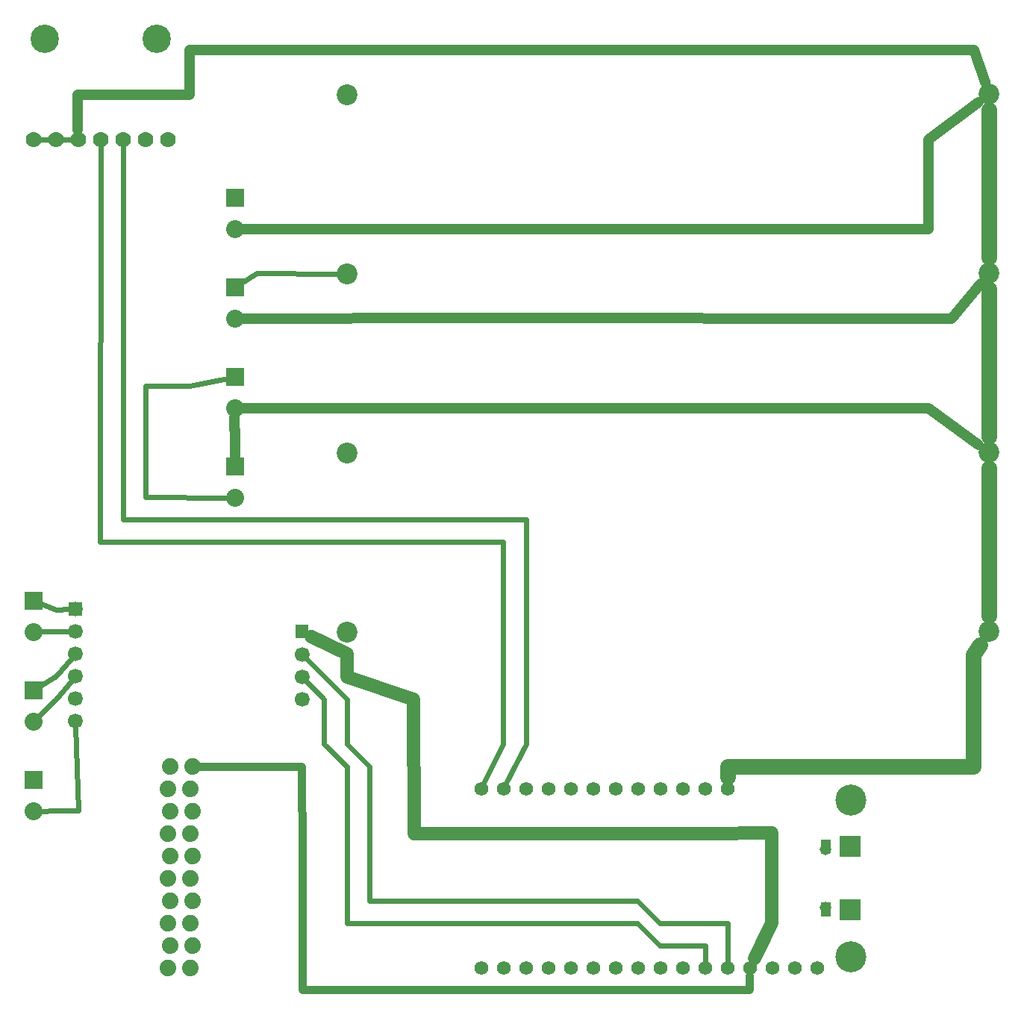
<source format=gtl>
G04 MADE WITH FRITZING*
G04 WWW.FRITZING.ORG*
G04 DOUBLE SIDED*
G04 HOLES PLATED*
G04 CONTOUR ON CENTER OF CONTOUR VECTOR*
%ASAXBY*%
%FSLAX23Y23*%
%MOIN*%
%OFA0B0*%
%SFA1.0B1.0*%
%ADD10C,0.074000*%
%ADD11C,0.126614*%
%ADD12C,0.070000*%
%ADD13C,0.080000*%
%ADD14C,0.093000*%
%ADD15C,0.138425*%
%ADD16C,0.095000*%
%ADD17C,0.051496*%
%ADD18C,0.062000*%
%ADD19C,0.066555*%
%ADD20C,0.049194*%
%ADD21R,0.080000X0.080000*%
%ADD22R,0.095000X0.095000*%
%ADD23C,0.024000*%
%ADD24C,0.060000*%
%ADD25C,0.045000*%
%ADD26C,0.035000*%
%ADD27R,0.001000X0.001000*%
%LNCOPPER1*%
G90*
G70*
G54D10*
X860Y1177D03*
X960Y1177D03*
X850Y1077D03*
X950Y1077D03*
X860Y977D03*
X960Y977D03*
X850Y877D03*
X950Y877D03*
X860Y777D03*
X960Y777D03*
X850Y677D03*
X950Y677D03*
X860Y577D03*
X960Y577D03*
X850Y477D03*
X950Y477D03*
X860Y377D03*
X960Y377D03*
X850Y277D03*
X950Y277D03*
X860Y1177D03*
X960Y1177D03*
X850Y1077D03*
X950Y1077D03*
X860Y977D03*
X960Y977D03*
X850Y877D03*
X950Y877D03*
X860Y777D03*
X960Y777D03*
X850Y677D03*
X950Y677D03*
X860Y577D03*
X960Y577D03*
X850Y477D03*
X950Y477D03*
X860Y377D03*
X960Y377D03*
X850Y277D03*
X950Y277D03*
G54D11*
X800Y4427D03*
G54D12*
X250Y3977D03*
X350Y3977D03*
X450Y3977D03*
X550Y3977D03*
X650Y3977D03*
X750Y3977D03*
X850Y3977D03*
G54D11*
X300Y4427D03*
G54D13*
X250Y1115D03*
X250Y977D03*
X250Y1115D03*
X250Y977D03*
X250Y1515D03*
X250Y1377D03*
X250Y1515D03*
X250Y1377D03*
X1150Y2515D03*
X1150Y2377D03*
X1150Y2515D03*
X1150Y2377D03*
X1150Y2915D03*
X1150Y2777D03*
X1150Y2915D03*
X1150Y2777D03*
X1150Y3315D03*
X1150Y3177D03*
X1150Y3315D03*
X1150Y3177D03*
X1150Y3715D03*
X1150Y3577D03*
X1150Y3715D03*
X1150Y3577D03*
X250Y1915D03*
X250Y1777D03*
X250Y1915D03*
X250Y1777D03*
G54D14*
X1650Y4177D03*
X4519Y4178D03*
X1650Y4177D03*
X4519Y4178D03*
X1650Y3377D03*
X4519Y3378D03*
X1650Y3377D03*
X4519Y3378D03*
X1650Y1777D03*
X4519Y1778D03*
X1650Y1777D03*
X4519Y1778D03*
X1650Y2577D03*
X4519Y2578D03*
X1650Y2577D03*
X4519Y2578D03*
G54D15*
X3900Y327D03*
G54D16*
X3899Y819D03*
G54D17*
X3789Y807D03*
G54D18*
X2250Y277D03*
X2350Y277D03*
X2450Y277D03*
X2550Y277D03*
X2650Y277D03*
X2750Y277D03*
X2850Y277D03*
X2950Y277D03*
X3050Y277D03*
G54D15*
X3900Y1027D03*
G54D18*
X3150Y277D03*
X3250Y277D03*
X3350Y277D03*
X3450Y277D03*
X3550Y277D03*
X3650Y277D03*
X3750Y277D03*
X3350Y1077D03*
X3250Y1077D03*
X3150Y1077D03*
X3050Y1077D03*
X2950Y1077D03*
X2850Y1077D03*
X2750Y1077D03*
X2650Y1077D03*
X2550Y1077D03*
X2450Y1077D03*
X2350Y1077D03*
X2250Y1077D03*
G54D17*
X3789Y547D03*
G54D16*
X3899Y535D03*
G54D15*
X3900Y327D03*
G54D16*
X3899Y819D03*
G54D17*
X3789Y807D03*
G54D18*
X2250Y277D03*
X2350Y277D03*
X2450Y277D03*
X2550Y277D03*
X2650Y277D03*
X2750Y277D03*
X2850Y277D03*
X2950Y277D03*
X3050Y277D03*
G54D15*
X3900Y1027D03*
G54D18*
X3150Y277D03*
X3250Y277D03*
X3350Y277D03*
X3450Y277D03*
X3550Y277D03*
X3650Y277D03*
X3750Y277D03*
X3350Y1077D03*
X3250Y1077D03*
X3150Y1077D03*
X3050Y1077D03*
X2950Y1077D03*
X2850Y1077D03*
X2750Y1077D03*
X2650Y1077D03*
X2550Y1077D03*
X2450Y1077D03*
X2350Y1077D03*
X2250Y1077D03*
G54D17*
X3789Y547D03*
G54D16*
X3899Y535D03*
G54D19*
X437Y1780D03*
X437Y1680D03*
X437Y1580D03*
X437Y1480D03*
X437Y1380D03*
X437Y1880D03*
X1450Y1677D03*
X1450Y1577D03*
G54D20*
X1450Y1777D03*
G54D19*
X1450Y1477D03*
G54D21*
X250Y1115D03*
X250Y1115D03*
X250Y1515D03*
X250Y1515D03*
X1150Y2515D03*
X1150Y2515D03*
X1150Y2915D03*
X1150Y2915D03*
X1150Y3315D03*
X1150Y3315D03*
X1150Y3715D03*
X1150Y3715D03*
X250Y1915D03*
X250Y1915D03*
G54D22*
X3899Y819D03*
X3899Y535D03*
X3899Y819D03*
X3899Y535D03*
G54D23*
X1650Y1476D02*
X1469Y1658D01*
D02*
X450Y978D02*
X351Y978D01*
D02*
X1650Y1276D02*
X1650Y1476D01*
D02*
X3350Y477D02*
X3049Y477D01*
D02*
X3350Y377D02*
X3350Y477D01*
D02*
X1751Y1177D02*
X1650Y1276D01*
D02*
X3049Y477D02*
X2949Y577D01*
D02*
X2949Y577D02*
X1752Y576D01*
D02*
X1752Y576D02*
X1752Y1177D01*
D02*
X1752Y1177D02*
X1751Y1177D01*
D02*
X3350Y306D02*
X3350Y377D01*
D02*
X448Y1077D02*
X450Y978D01*
D02*
X351Y978D02*
X281Y977D01*
D02*
X438Y1353D02*
X448Y1077D01*
G54D24*
D02*
X1650Y1678D02*
X1490Y1757D01*
D02*
X1650Y1577D02*
X1650Y1678D01*
D02*
X3549Y477D02*
X3549Y878D01*
D02*
X3549Y878D02*
X3248Y875D01*
D02*
X3248Y875D02*
X1952Y875D01*
D02*
X1952Y875D02*
X1950Y879D01*
G54D25*
D02*
X2152Y3179D02*
X1192Y3177D01*
D02*
X1150Y2678D02*
X1147Y2679D01*
D02*
X1147Y2679D02*
X1149Y2735D01*
D02*
X1150Y2575D02*
X1150Y2678D01*
D02*
X1150Y2557D02*
X1150Y2575D01*
D02*
X4247Y3975D02*
X4247Y3575D01*
D02*
X4247Y3575D02*
X1192Y3577D01*
D02*
X4471Y4143D02*
X4247Y3975D01*
D02*
X4350Y3176D02*
X2152Y3179D01*
D02*
X4481Y3333D02*
X4350Y3176D01*
D02*
X4247Y2776D02*
X1192Y2777D01*
D02*
X4471Y2612D02*
X4247Y2776D01*
G54D24*
D02*
X1950Y879D02*
X1949Y1476D01*
D02*
X1949Y1476D02*
X1650Y1577D01*
D02*
X3470Y318D02*
X3549Y477D01*
G54D12*
D02*
X4519Y2648D02*
X4519Y3308D01*
D02*
X4519Y3448D02*
X4519Y4108D01*
G54D26*
D02*
X1449Y1177D02*
X996Y1177D01*
D02*
X3448Y178D02*
X1450Y178D01*
D02*
X1450Y178D02*
X1450Y776D01*
D02*
X1450Y776D02*
X1449Y1177D01*
D02*
X3449Y243D02*
X3448Y178D01*
G54D12*
D02*
X4449Y1677D02*
X4449Y1176D01*
D02*
X3351Y1176D02*
X3350Y1128D01*
D02*
X4449Y1176D02*
X3351Y1176D01*
D02*
X4519Y2508D02*
X4519Y1848D01*
D02*
X4479Y1720D02*
X4449Y1677D01*
G54D23*
D02*
X948Y2876D02*
X750Y2876D01*
D02*
X750Y2876D02*
X750Y2378D01*
D02*
X750Y2378D02*
X1118Y2377D01*
D02*
X1119Y2909D02*
X948Y2876D01*
D02*
X1249Y3379D02*
X1602Y3377D01*
D02*
X1176Y3332D02*
X1249Y3379D01*
D02*
X2450Y2279D02*
X651Y2279D01*
D02*
X651Y2279D02*
X651Y3779D01*
D02*
X651Y3779D02*
X650Y3946D01*
D02*
X2450Y1277D02*
X2450Y1677D01*
D02*
X2450Y1677D02*
X2450Y2279D01*
D02*
X2362Y1103D02*
X2450Y1277D01*
D02*
X319Y3977D02*
X280Y3977D01*
D02*
X419Y3977D02*
X380Y3977D01*
G54D25*
D02*
X448Y4176D02*
X449Y4019D01*
D02*
X949Y4176D02*
X448Y4176D01*
D02*
X4452Y4376D02*
X949Y4376D01*
D02*
X949Y4376D02*
X949Y4176D01*
D02*
X4500Y4233D02*
X4452Y4376D01*
G54D23*
D02*
X2349Y2178D02*
X548Y2178D01*
D02*
X548Y2178D02*
X550Y3946D01*
D02*
X2349Y1277D02*
X2349Y1677D01*
D02*
X2349Y1677D02*
X2349Y2178D01*
D02*
X2262Y1103D02*
X2349Y1277D01*
D02*
X351Y1877D02*
X410Y1879D01*
D02*
X279Y1904D02*
X351Y1877D01*
D02*
X410Y1779D02*
X281Y1778D01*
D02*
X351Y1578D02*
X420Y1659D01*
D02*
X276Y1531D02*
X351Y1578D01*
D02*
X351Y1476D02*
X420Y1559D01*
D02*
X272Y1399D02*
X351Y1476D01*
D02*
X1548Y1476D02*
X1548Y1276D01*
D02*
X1548Y1276D02*
X1651Y1176D01*
D02*
X1651Y1176D02*
X1650Y477D01*
D02*
X1468Y1558D02*
X1548Y1476D01*
D02*
X3049Y377D02*
X3250Y377D01*
D02*
X3250Y377D02*
X3250Y306D01*
D02*
X2949Y477D02*
X3049Y377D01*
D02*
X1650Y477D02*
X2949Y477D01*
G54D27*
X408Y1910D02*
X465Y1910D01*
X407Y1909D02*
X466Y1909D01*
X407Y1908D02*
X466Y1908D01*
X407Y1907D02*
X466Y1907D01*
X407Y1906D02*
X466Y1906D01*
X407Y1905D02*
X466Y1905D01*
X407Y1904D02*
X466Y1904D01*
X407Y1903D02*
X466Y1903D01*
X407Y1902D02*
X466Y1902D01*
X407Y1901D02*
X466Y1901D01*
X407Y1900D02*
X466Y1900D01*
X407Y1899D02*
X466Y1899D01*
X407Y1898D02*
X431Y1898D01*
X442Y1898D02*
X466Y1898D01*
X407Y1897D02*
X428Y1897D01*
X445Y1897D02*
X466Y1897D01*
X407Y1896D02*
X426Y1896D01*
X447Y1896D02*
X466Y1896D01*
X407Y1895D02*
X425Y1895D01*
X448Y1895D02*
X466Y1895D01*
X407Y1894D02*
X424Y1894D01*
X449Y1894D02*
X466Y1894D01*
X407Y1893D02*
X423Y1893D01*
X450Y1893D02*
X466Y1893D01*
X407Y1892D02*
X422Y1892D01*
X451Y1892D02*
X466Y1892D01*
X407Y1891D02*
X421Y1891D01*
X452Y1891D02*
X466Y1891D01*
X407Y1890D02*
X420Y1890D01*
X453Y1890D02*
X466Y1890D01*
X407Y1889D02*
X420Y1889D01*
X453Y1889D02*
X466Y1889D01*
X407Y1888D02*
X419Y1888D01*
X454Y1888D02*
X466Y1888D01*
X407Y1887D02*
X419Y1887D01*
X454Y1887D02*
X466Y1887D01*
X407Y1886D02*
X418Y1886D01*
X454Y1886D02*
X466Y1886D01*
X407Y1885D02*
X418Y1885D01*
X455Y1885D02*
X466Y1885D01*
X407Y1884D02*
X418Y1884D01*
X455Y1884D02*
X466Y1884D01*
X407Y1883D02*
X418Y1883D01*
X455Y1883D02*
X466Y1883D01*
X407Y1882D02*
X418Y1882D01*
X455Y1882D02*
X466Y1882D01*
X407Y1881D02*
X418Y1881D01*
X455Y1881D02*
X466Y1881D01*
X407Y1880D02*
X418Y1880D01*
X455Y1880D02*
X466Y1880D01*
X407Y1879D02*
X418Y1879D01*
X455Y1879D02*
X466Y1879D01*
X407Y1878D02*
X418Y1878D01*
X455Y1878D02*
X466Y1878D01*
X407Y1877D02*
X418Y1877D01*
X455Y1877D02*
X466Y1877D01*
X407Y1876D02*
X418Y1876D01*
X455Y1876D02*
X466Y1876D01*
X407Y1875D02*
X418Y1875D01*
X455Y1875D02*
X466Y1875D01*
X407Y1874D02*
X419Y1874D01*
X454Y1874D02*
X466Y1874D01*
X407Y1873D02*
X419Y1873D01*
X454Y1873D02*
X466Y1873D01*
X407Y1872D02*
X419Y1872D01*
X453Y1872D02*
X466Y1872D01*
X407Y1871D02*
X420Y1871D01*
X453Y1871D02*
X466Y1871D01*
X407Y1870D02*
X421Y1870D01*
X452Y1870D02*
X466Y1870D01*
X407Y1869D02*
X421Y1869D01*
X452Y1869D02*
X466Y1869D01*
X407Y1868D02*
X422Y1868D01*
X451Y1868D02*
X466Y1868D01*
X407Y1867D02*
X423Y1867D01*
X450Y1867D02*
X466Y1867D01*
X407Y1866D02*
X424Y1866D01*
X449Y1866D02*
X466Y1866D01*
X407Y1865D02*
X425Y1865D01*
X447Y1865D02*
X466Y1865D01*
X407Y1864D02*
X427Y1864D01*
X446Y1864D02*
X466Y1864D01*
X407Y1863D02*
X429Y1863D01*
X444Y1863D02*
X466Y1863D01*
X407Y1862D02*
X433Y1862D01*
X440Y1862D02*
X466Y1862D01*
X407Y1861D02*
X466Y1861D01*
X407Y1860D02*
X466Y1860D01*
X407Y1859D02*
X466Y1859D01*
X407Y1858D02*
X466Y1858D01*
X407Y1857D02*
X466Y1857D01*
X407Y1856D02*
X466Y1856D01*
X407Y1855D02*
X466Y1855D01*
X407Y1854D02*
X466Y1854D01*
X407Y1853D02*
X466Y1853D01*
X407Y1852D02*
X466Y1852D01*
X407Y1851D02*
X466Y1851D01*
X1420Y1807D02*
X1478Y1807D01*
X1420Y1806D02*
X1478Y1806D01*
X1420Y1805D02*
X1478Y1805D01*
X1420Y1804D02*
X1478Y1804D01*
X1420Y1803D02*
X1478Y1803D01*
X1420Y1802D02*
X1478Y1802D01*
X1420Y1801D02*
X1478Y1801D01*
X1420Y1800D02*
X1478Y1800D01*
X1420Y1799D02*
X1478Y1799D01*
X1420Y1798D02*
X1478Y1798D01*
X1420Y1797D02*
X1478Y1797D01*
X1420Y1796D02*
X1478Y1796D01*
X1420Y1795D02*
X1443Y1795D01*
X1455Y1795D02*
X1478Y1795D01*
X1420Y1794D02*
X1440Y1794D01*
X1458Y1794D02*
X1478Y1794D01*
X1420Y1793D02*
X1438Y1793D01*
X1459Y1793D02*
X1478Y1793D01*
X1420Y1792D02*
X1437Y1792D01*
X1461Y1792D02*
X1478Y1792D01*
X1420Y1791D02*
X1436Y1791D01*
X1462Y1791D02*
X1478Y1791D01*
X1420Y1790D02*
X1435Y1790D01*
X1463Y1790D02*
X1478Y1790D01*
X1420Y1789D02*
X1434Y1789D01*
X1464Y1789D02*
X1478Y1789D01*
X1420Y1788D02*
X1433Y1788D01*
X1465Y1788D02*
X1478Y1788D01*
X1420Y1787D02*
X1433Y1787D01*
X1465Y1787D02*
X1478Y1787D01*
X1420Y1786D02*
X1432Y1786D01*
X1466Y1786D02*
X1478Y1786D01*
X1420Y1785D02*
X1432Y1785D01*
X1466Y1785D02*
X1478Y1785D01*
X1420Y1784D02*
X1431Y1784D01*
X1467Y1784D02*
X1478Y1784D01*
X1420Y1783D02*
X1431Y1783D01*
X1467Y1783D02*
X1478Y1783D01*
X1420Y1782D02*
X1431Y1782D01*
X1467Y1782D02*
X1478Y1782D01*
X1420Y1781D02*
X1430Y1781D01*
X1468Y1781D02*
X1478Y1781D01*
X1420Y1780D02*
X1430Y1780D01*
X1468Y1780D02*
X1478Y1780D01*
X1420Y1779D02*
X1430Y1779D01*
X1468Y1779D02*
X1478Y1779D01*
X1420Y1778D02*
X1430Y1778D01*
X1468Y1778D02*
X1478Y1778D01*
X1420Y1777D02*
X1430Y1777D01*
X1468Y1777D02*
X1478Y1777D01*
X1420Y1776D02*
X1430Y1776D01*
X1468Y1776D02*
X1478Y1776D01*
X1420Y1775D02*
X1430Y1775D01*
X1468Y1775D02*
X1478Y1775D01*
X1420Y1774D02*
X1430Y1774D01*
X1468Y1774D02*
X1478Y1774D01*
X1420Y1773D02*
X1431Y1773D01*
X1467Y1773D02*
X1478Y1773D01*
X1420Y1772D02*
X1431Y1772D01*
X1467Y1772D02*
X1478Y1772D01*
X1420Y1771D02*
X1431Y1771D01*
X1467Y1771D02*
X1478Y1771D01*
X1420Y1770D02*
X1432Y1770D01*
X1466Y1770D02*
X1478Y1770D01*
X1420Y1769D02*
X1432Y1769D01*
X1466Y1769D02*
X1478Y1769D01*
X1420Y1768D02*
X1433Y1768D01*
X1465Y1768D02*
X1478Y1768D01*
X1420Y1767D02*
X1433Y1767D01*
X1465Y1767D02*
X1478Y1767D01*
X1420Y1766D02*
X1434Y1766D01*
X1464Y1766D02*
X1478Y1766D01*
X1420Y1765D02*
X1435Y1765D01*
X1463Y1765D02*
X1478Y1765D01*
X1420Y1764D02*
X1436Y1764D01*
X1462Y1764D02*
X1478Y1764D01*
X1420Y1763D02*
X1437Y1763D01*
X1461Y1763D02*
X1478Y1763D01*
X1420Y1762D02*
X1438Y1762D01*
X1460Y1762D02*
X1478Y1762D01*
X1420Y1761D02*
X1440Y1761D01*
X1458Y1761D02*
X1478Y1761D01*
X1420Y1760D02*
X1442Y1760D01*
X1455Y1760D02*
X1478Y1760D01*
X1420Y1759D02*
X1448Y1759D01*
X1450Y1759D02*
X1478Y1759D01*
X1420Y1758D02*
X1478Y1758D01*
X1420Y1757D02*
X1478Y1757D01*
X1420Y1756D02*
X1478Y1756D01*
X1420Y1755D02*
X1478Y1755D01*
X1420Y1754D02*
X1478Y1754D01*
X1420Y1753D02*
X1478Y1753D01*
X1420Y1752D02*
X1478Y1752D01*
X1420Y1751D02*
X1478Y1751D01*
X1420Y1750D02*
X1478Y1750D01*
X1420Y1749D02*
X1478Y1749D01*
X1420Y1748D02*
X1478Y1748D01*
X3768Y848D02*
X3809Y848D01*
X3768Y847D02*
X3809Y847D01*
X3768Y846D02*
X3809Y846D01*
X3768Y845D02*
X3809Y845D01*
X3768Y844D02*
X3809Y844D01*
X3768Y843D02*
X3809Y843D01*
X3768Y842D02*
X3809Y842D01*
X3768Y841D02*
X3809Y841D01*
X3768Y840D02*
X3809Y840D01*
X3768Y839D02*
X3809Y839D01*
X3768Y838D02*
X3809Y838D01*
X3768Y837D02*
X3809Y837D01*
X3768Y836D02*
X3809Y836D01*
X3768Y835D02*
X3809Y835D01*
X3768Y834D02*
X3809Y834D01*
X3768Y833D02*
X3809Y833D01*
X3768Y832D02*
X3809Y832D01*
X3768Y831D02*
X3809Y831D01*
X3768Y830D02*
X3809Y830D01*
X3768Y829D02*
X3809Y829D01*
X3768Y828D02*
X3785Y828D01*
X3792Y828D02*
X3809Y828D01*
X3768Y827D02*
X3781Y827D01*
X3795Y827D02*
X3809Y827D01*
X3768Y826D02*
X3779Y826D01*
X3798Y826D02*
X3809Y826D01*
X3768Y825D02*
X3777Y825D01*
X3800Y825D02*
X3809Y825D01*
X3768Y824D02*
X3775Y824D01*
X3801Y824D02*
X3809Y824D01*
X3768Y823D02*
X3774Y823D01*
X3802Y823D02*
X3809Y823D01*
X3768Y822D02*
X3773Y822D01*
X3804Y822D02*
X3809Y822D01*
X3768Y821D02*
X3772Y821D01*
X3804Y821D02*
X3809Y821D01*
X3768Y820D02*
X3771Y820D01*
X3805Y820D02*
X3809Y820D01*
X3768Y819D02*
X3771Y819D01*
X3806Y819D02*
X3809Y819D01*
X3768Y818D02*
X3770Y818D01*
X3807Y818D02*
X3809Y818D01*
X3768Y817D02*
X3769Y817D01*
X3807Y817D02*
X3809Y817D01*
X3768Y816D02*
X3769Y816D01*
X3808Y816D02*
X3809Y816D01*
X3768Y815D02*
X3768Y815D01*
X3808Y815D02*
X3809Y815D01*
X3768Y814D02*
X3768Y814D01*
X3808Y814D02*
X3809Y814D01*
X3768Y813D02*
X3768Y813D01*
X3809Y813D02*
X3809Y813D01*
X3768Y812D02*
X3768Y812D01*
X3768Y803D02*
X3768Y803D01*
X3768Y802D02*
X3768Y802D01*
X3809Y802D02*
X3809Y802D01*
X3768Y801D02*
X3768Y801D01*
X3808Y801D02*
X3809Y801D01*
X3768Y800D02*
X3768Y800D01*
X3808Y800D02*
X3809Y800D01*
X3768Y799D02*
X3769Y799D01*
X3808Y799D02*
X3809Y799D01*
X3768Y798D02*
X3769Y798D01*
X3807Y798D02*
X3809Y798D01*
X3768Y797D02*
X3770Y797D01*
X3807Y797D02*
X3809Y797D01*
X3768Y796D02*
X3770Y796D01*
X3806Y796D02*
X3809Y796D01*
X3768Y795D02*
X3771Y795D01*
X3805Y795D02*
X3809Y795D01*
X3768Y794D02*
X3772Y794D01*
X3804Y794D02*
X3809Y794D01*
X3768Y793D02*
X3773Y793D01*
X3804Y793D02*
X3809Y793D01*
X3768Y792D02*
X3774Y792D01*
X3802Y792D02*
X3809Y792D01*
X3768Y791D02*
X3775Y791D01*
X3801Y791D02*
X3809Y791D01*
X3768Y790D02*
X3777Y790D01*
X3800Y790D02*
X3809Y790D01*
X3768Y789D02*
X3778Y789D01*
X3798Y789D02*
X3809Y789D01*
X3768Y788D02*
X3781Y788D01*
X3796Y788D02*
X3809Y788D01*
X3768Y787D02*
X3783Y787D01*
X3793Y787D02*
X3808Y787D01*
X3768Y568D02*
X3783Y568D01*
X3793Y568D02*
X3808Y568D01*
X3768Y567D02*
X3780Y567D01*
X3796Y567D02*
X3809Y567D01*
X3768Y566D02*
X3778Y566D01*
X3798Y566D02*
X3809Y566D01*
X3768Y565D02*
X3776Y565D01*
X3800Y565D02*
X3809Y565D01*
X3768Y564D02*
X3775Y564D01*
X3801Y564D02*
X3809Y564D01*
X3768Y563D02*
X3774Y563D01*
X3803Y563D02*
X3809Y563D01*
X3768Y562D02*
X3773Y562D01*
X3804Y562D02*
X3809Y562D01*
X3768Y561D02*
X3772Y561D01*
X3805Y561D02*
X3809Y561D01*
X3768Y560D02*
X3771Y560D01*
X3805Y560D02*
X3809Y560D01*
X3768Y559D02*
X3770Y559D01*
X3806Y559D02*
X3809Y559D01*
X3768Y558D02*
X3770Y558D01*
X3807Y558D02*
X3809Y558D01*
X3768Y557D02*
X3769Y557D01*
X3807Y557D02*
X3809Y557D01*
X3768Y556D02*
X3769Y556D01*
X3808Y556D02*
X3809Y556D01*
X3768Y555D02*
X3768Y555D01*
X3808Y555D02*
X3809Y555D01*
X3768Y554D02*
X3768Y554D01*
X3808Y554D02*
X3809Y554D01*
X3768Y553D02*
X3768Y553D01*
X3809Y553D02*
X3809Y553D01*
X3768Y543D02*
X3768Y543D01*
X3768Y542D02*
X3768Y542D01*
X3809Y542D02*
X3809Y542D01*
X3768Y541D02*
X3768Y541D01*
X3808Y541D02*
X3809Y541D01*
X3768Y540D02*
X3769Y540D01*
X3808Y540D02*
X3809Y540D01*
X3768Y539D02*
X3769Y539D01*
X3808Y539D02*
X3809Y539D01*
X3768Y538D02*
X3769Y538D01*
X3807Y538D02*
X3809Y538D01*
X3768Y537D02*
X3770Y537D01*
X3806Y537D02*
X3809Y537D01*
X3768Y536D02*
X3771Y536D01*
X3806Y536D02*
X3809Y536D01*
X3768Y535D02*
X3771Y535D01*
X3805Y535D02*
X3809Y535D01*
X3768Y534D02*
X3772Y534D01*
X3804Y534D02*
X3809Y534D01*
X3768Y533D02*
X3773Y533D01*
X3803Y533D02*
X3809Y533D01*
X3768Y532D02*
X3774Y532D01*
X3802Y532D02*
X3809Y532D01*
X3768Y531D02*
X3775Y531D01*
X3801Y531D02*
X3809Y531D01*
X3768Y530D02*
X3777Y530D01*
X3800Y530D02*
X3809Y530D01*
X3768Y529D02*
X3779Y529D01*
X3798Y529D02*
X3809Y529D01*
X3768Y528D02*
X3781Y528D01*
X3795Y528D02*
X3809Y528D01*
X3768Y527D02*
X3786Y527D01*
X3791Y527D02*
X3809Y527D01*
X3768Y526D02*
X3809Y526D01*
X3768Y525D02*
X3809Y525D01*
X3768Y524D02*
X3809Y524D01*
X3768Y523D02*
X3809Y523D01*
X3768Y522D02*
X3809Y522D01*
X3768Y521D02*
X3809Y521D01*
X3768Y520D02*
X3809Y520D01*
X3768Y519D02*
X3809Y519D01*
X3768Y518D02*
X3809Y518D01*
X3768Y517D02*
X3809Y517D01*
X3768Y516D02*
X3809Y516D01*
X3768Y515D02*
X3809Y515D01*
X3768Y514D02*
X3809Y514D01*
X3768Y513D02*
X3809Y513D01*
X3768Y512D02*
X3809Y512D01*
X3768Y511D02*
X3809Y511D01*
X3768Y510D02*
X3809Y510D01*
X3768Y509D02*
X3809Y509D01*
X3768Y508D02*
X3809Y508D01*
X3768Y507D02*
X3809Y507D01*
D02*
G04 End of Copper1*
M02*
</source>
